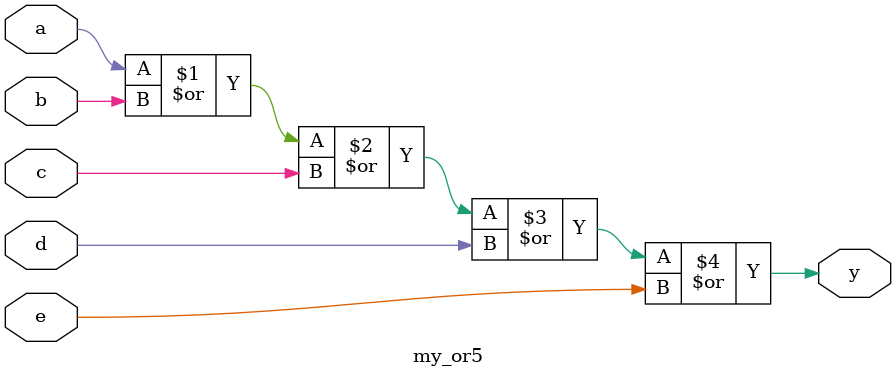
<source format=v>
module my_or5 (
   input a, b, c, d, e,
   output y);
   
   assign y = a | b | c | d | e;
   
endmodule

</source>
